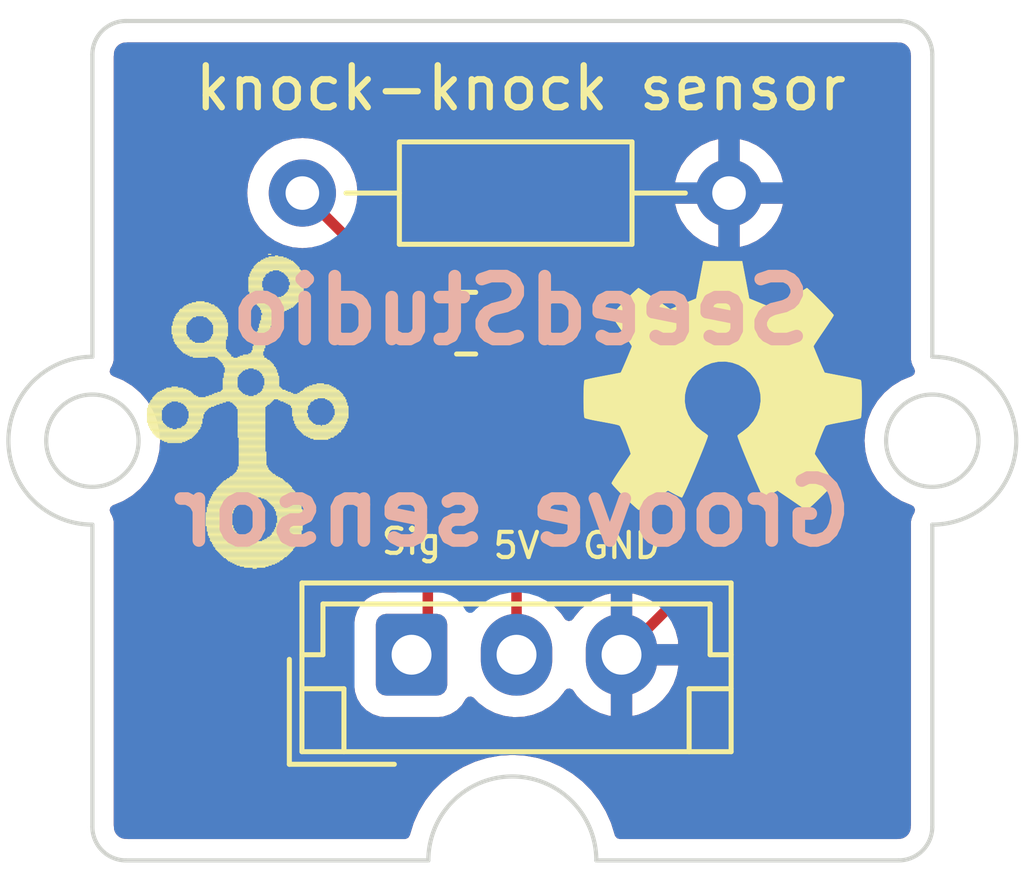
<source format=kicad_pcb>
(kicad_pcb (version 20211014) (generator pcbnew)
  (layers (0 "F.Cu" signal) (31 "B.Cu" signal) (34 "B.Paste" user) (35 "F.Paste" user) (36 "B.SilkS" user "B.Silkscreen") (37 "F.SilkS" user "F.Silkscreen") (38 "B.Mask" user) (39 "F.Mask" user) (44 "Edge.Cuts" user))
  (net 0 "")
  (net 1 "Net-(J1-Pad1)")
  (net 2 "Net-(J1-Pad2)")
  (net 3 "Net-(J1-Pad3)")
  (footprint "Inductor_THT:L_Axial_L5.3mm_D2.2mm_P10.16mm_Horizontal_Vishay_IM-1" (layer "F.Cu") (at 114 71.7)
    (fp_text reference "SW1" hide)
    (fp_text value "Vibration Switch" hide)
    (pad "1" thru_hole circle (at 0 0) (size 1.6 1.6) (drill 0.8) (layers *.Cu *.Mask) (net 1 "Net-(J1-Pad1)"))
    (pad "2" thru_hole oval (at 10.16 0) (size 1.6 1.6) (drill 0.8) (layers *.Cu *.Mask) (net 3 "Net-(J1-Pad3)"))
  )
  (footprint "Connector_JST:JST_EH_B3B-EH-A_1x03_P2.50mm_Vertical" (layer "F.Cu") (at 116.6 82.7)
    (fp_text reference "J1" hide)
    (fp_text value "Connector" hide)
    (pad "1" thru_hole roundrect (at 0 0) (size 1.7 1.95) (drill 0.95) (layers *.Cu *.Mask) (roundrect_rratio 0.1470588235) (net 1 "Net-(J1-Pad1)"))
    (pad "2" thru_hole oval (at 2.5 0) (size 1.7 1.95) (drill 0.95) (layers *.Cu *.Mask) (net 2 "Net-(J1-Pad2)"))
    (pad "3" thru_hole oval (at 5 0) (size 1.7 1.95) (drill 0.95) (layers *.Cu *.Mask) (net 3 "Net-(J1-Pad3)"))
  )
  (footprint "Resistor_SMD:R_0805_2012Metric" (layer "F.Cu") (at 117.9 74.8)
    (fp_text reference "R1" hide)
    (fp_text value "10K" hide)
    (pad "1" smd roundrect (at -0.9125 0) (size 1.025 1.4) (layers "F.Cu" "F.Paste" "F.Mask") (roundrect_rratio 0.243902439) (net 1 "Net-(J1-Pad1)"))
    (pad "2" smd roundrect (at 0.9125 0) (size 1.025 1.4) (layers "F.Cu" "F.Paste" "F.Mask") (roundrect_rratio 0.243902439) (net 2 "Net-(J1-Pad2)"))
  )
  (footprint "Symbol:OSHW-Symbol_6.7x6mm_SilkScreen" (layer "F.Cu") (at 124 76.3)
    (fp_text reference "REF**" hide)
    (fp_text value "OSHW-Symbol_6.7x6mm_SilkScreen" hide)
  )
  (footprint "GROVE-SILK-BIG" (layer "F.Cu") (at 112.8016 79.67495)
    (fp_text reference "U$3" hide)
    (fp_text value "" hide)
  )
  (gr_arc (start 109 79.6) (mid 107 77.6) (end 109 75.6) (layer "Edge.Cuts") (width 0.1))
  (gr_circle (center 129 77.6) (end 130.1 77.6) (layer "Edge.Cuts") (width 0.1) (fill none))
  (gr_line (start 117 87.6) (end 109.8 87.6) (layer "Edge.Cuts") (width 0.1))
  (gr_line (start 109 75.6) (end 109 68.4) (layer "Edge.Cuts") (width 0.1))
  (gr_line (start 109.8 67.6) (end 128.2 67.6) (layer "Edge.Cuts") (width 0.1))
  (gr_arc (start 129 86.8) (mid 128.765685 87.365685) (end 128.2 87.6) (layer "Edge.Cuts") (width 0.1))
  (gr_arc (start 128.2 67.6) (mid 128.765685 67.834315) (end 129 68.4) (layer "Edge.Cuts") (width 0.1))
  (gr_arc (start 109 68.4) (mid 109.234315 67.834315) (end 109.8 67.6) (layer "Edge.Cuts") (width 0.1))
  (gr_line (start 109 86.8) (end 109 79.6) (layer "Edge.Cuts") (width 0.1))
  (gr_arc (start 109.8 87.6) (mid 109.234315 87.365685) (end 109 86.8) (layer "Edge.Cuts") (width 0.1))
  (gr_circle (center 109 77.6) (end 110.1 77.6) (layer "Edge.Cuts") (width 0.1) (fill none))
  (gr_line (start 129 75.6) (end 129 68.4) (layer "Edge.Cuts") (width 0.1))
  (gr_line (start 128.2 87.6) (end 121 87.6) (layer "Edge.Cuts") (width 0.1))
  (gr_arc (start 129 75.6) (mid 131 77.6) (end 129 79.6) (layer "Edge.Cuts") (width 0.1))
  (gr_arc (start 117 87.6) (mid 119 85.6) (end 121 87.6) (layer "Edge.Cuts") (width 0.1))
  (gr_line (start 129 86.8) (end 129 79.6) (layer "Edge.Cuts") (width 0.1))
  (gr_text "SeeedStudio" (at 119.2 74.5) (layer "B.SilkS") (effects (font (size 1.5 1.5) (thickness 0.3)) (justify mirror)))
  (gr_text "Groove sensor" (at 119 79.3) (layer "B.SilkS") (effects (font (size 1.5 1.5) (thickness 0.3)) (justify mirror)))
  (gr_text "Sig\n" (at 116.6 80) (layer "F.SilkS") (effects (font (size 0.6 0.6) (thickness 0.1))))
  (gr_text "GND" (at 121.6 80.1) (layer "F.SilkS") (effects (font (size 0.6 0.6) (thickness 0.1))))
  (gr_text "knock-knock sensor" (at 119.2 69.2) (layer "F.SilkS") (effects (font (size 1 1))))
  (gr_text "5V" (at 119.1 80.1) (layer "F.SilkS") (effects (font (size 0.6 0.6) (thickness 0.1))))
  (segment (start 114 71.7) (end 116.9875 74.6875) (width 0.25) (layer "F.Cu") (net 1))
  (segment (start 116.9875 82.3125) (end 116.6 82.7) (width 0.25) (layer "F.Cu") (net 1))
  (segment (start 116.9875 74.6875) (end 116.9875 74.8) (width 0.25) (layer "F.Cu") (net 1))
  (segment (start 116.9875 74.8) (end 116.9875 82.3125) (width 0.25) (layer "F.Cu") (net 1))
  (segment (start 118.8125 74.8) (end 119.1 75.0875) (width 0.25) (layer "F.Cu") (net 2))
  (segment (start 119.1 75.0875) (end 119.1 82.7) (width 0.25) (layer "F.Cu") (net 2))
  (segment (start 124.16 71.7) (end 124.16 80.14) (width 0.25) (layer "F.Cu") (net 3))
  (segment (start 124.16 80.14) (end 121.6 82.7) (width 0.25) (layer "F.Cu") (net 3))
  (zone (net 3) (net_name "Net-(J1-Pad3)") (layers F&B.Cu) (connect_pads (clearance 0.508)) (min_thickness 0.254) (fill yes (thermal_gap 0.508) (thermal_bridge_width 0.508))
    (polygon (pts (xy 131.202895 87.901909) (xy 106.9 87.9) (xy 106.8 67.1) (xy 131.102895 67.101909)))
  )
)
</source>
